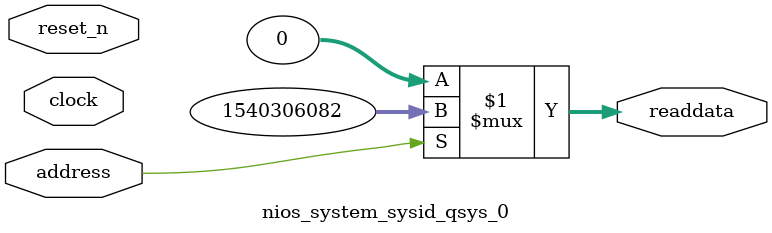
<source format=v>



// synthesis translate_off
`timescale 1ns / 1ps
// synthesis translate_on

// turn off superfluous verilog processor warnings 
// altera message_level Level1 
// altera message_off 10034 10035 10036 10037 10230 10240 10030 

module nios_system_sysid_qsys_0 (
               // inputs:
                address,
                clock,
                reset_n,

               // outputs:
                readdata
             )
;

  output  [ 31: 0] readdata;
  input            address;
  input            clock;
  input            reset_n;

  wire    [ 31: 0] readdata;
  //control_slave, which is an e_avalon_slave
  assign readdata = address ? 1540306082 : 0;

endmodule



</source>
